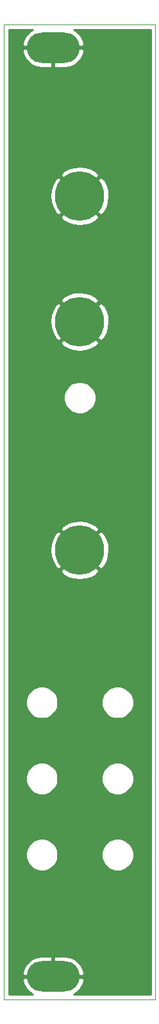
<source format=gbr>
%TF.GenerationSoftware,KiCad,Pcbnew,(5.1.5)-3*%
%TF.CreationDate,2020-03-17T21:30:24+01:00*%
%TF.ProjectId,KicadJE-EuroPowerSupply2-Faceplate,4b696361-644a-4452-9d45-75726f506f77,Rev A*%
%TF.SameCoordinates,Original*%
%TF.FileFunction,Copper,L2,Bot*%
%TF.FilePolarity,Positive*%
%FSLAX46Y46*%
G04 Gerber Fmt 4.6, Leading zero omitted, Abs format (unit mm)*
G04 Created by KiCad (PCBNEW (5.1.5)-3) date 2020-03-17 21:30:24*
%MOMM*%
%LPD*%
G04 APERTURE LIST*
%ADD10C,0.050000*%
%ADD11C,6.500000*%
%ADD12O,7.000000X4.000000*%
%ADD13C,0.254000*%
G04 APERTURE END LIST*
D10*
X-9000000Y-164000000D02*
X-9000000Y-36000000D01*
X11000000Y-164000000D02*
X-9000000Y-164000000D01*
X11000000Y-36000000D02*
X11000000Y-164000000D01*
X-9000000Y-36000000D02*
X11000000Y-36000000D01*
D11*
X1000000Y-105000000D03*
X1000000Y-58500000D03*
X1000000Y-75000000D03*
D12*
X-2500000Y-39000000D03*
X-2500000Y-161000000D03*
D13*
G36*
X-5569525Y-36879635D02*
G01*
X-5953030Y-37226576D01*
X-6261481Y-37641669D01*
X-6483025Y-38108962D01*
X-6579667Y-38462838D01*
X-6472991Y-38873000D01*
X-2627000Y-38873000D01*
X-2627000Y-38853000D01*
X-2373000Y-38853000D01*
X-2373000Y-38873000D01*
X1472991Y-38873000D01*
X1579667Y-38462838D01*
X1483025Y-38108962D01*
X1261481Y-37641669D01*
X953030Y-37226576D01*
X569525Y-36879635D01*
X202314Y-36660000D01*
X10340000Y-36660000D01*
X10340001Y-163340000D01*
X202314Y-163340000D01*
X569525Y-163120365D01*
X953030Y-162773424D01*
X1261481Y-162358331D01*
X1483025Y-161891038D01*
X1579667Y-161537162D01*
X1472991Y-161127000D01*
X-2373000Y-161127000D01*
X-2373000Y-161147000D01*
X-2627000Y-161147000D01*
X-2627000Y-161127000D01*
X-6472991Y-161127000D01*
X-6579667Y-161537162D01*
X-6483025Y-161891038D01*
X-6261481Y-162358331D01*
X-5953030Y-162773424D01*
X-5569525Y-163120365D01*
X-5202314Y-163340000D01*
X-8340000Y-163340000D01*
X-8340000Y-160462838D01*
X-6579667Y-160462838D01*
X-6472991Y-160873000D01*
X-2627000Y-160873000D01*
X-2627000Y-158365000D01*
X-2373000Y-158365000D01*
X-2373000Y-160873000D01*
X1472991Y-160873000D01*
X1579667Y-160462838D01*
X1483025Y-160108962D01*
X1261481Y-159641669D01*
X953030Y-159226576D01*
X569525Y-158879635D01*
X125704Y-158614178D01*
X-361377Y-158440407D01*
X-873000Y-158365000D01*
X-2373000Y-158365000D01*
X-2627000Y-158365000D01*
X-4127000Y-158365000D01*
X-4638623Y-158440407D01*
X-5125704Y-158614178D01*
X-5569525Y-158879635D01*
X-5953030Y-159226576D01*
X-6261481Y-159641669D01*
X-6483025Y-160108962D01*
X-6579667Y-160462838D01*
X-8340000Y-160462838D01*
X-8340000Y-144789721D01*
X-6135000Y-144789721D01*
X-6135000Y-145210279D01*
X-6052953Y-145622756D01*
X-5892012Y-146011302D01*
X-5658363Y-146360983D01*
X-5360983Y-146658363D01*
X-5011302Y-146892012D01*
X-4622756Y-147052953D01*
X-4210279Y-147135000D01*
X-3789721Y-147135000D01*
X-3377244Y-147052953D01*
X-2988698Y-146892012D01*
X-2639017Y-146658363D01*
X-2341637Y-146360983D01*
X-2107988Y-146011302D01*
X-1947047Y-145622756D01*
X-1865000Y-145210279D01*
X-1865000Y-144789721D01*
X3865000Y-144789721D01*
X3865000Y-145210279D01*
X3947047Y-145622756D01*
X4107988Y-146011302D01*
X4341637Y-146360983D01*
X4639017Y-146658363D01*
X4988698Y-146892012D01*
X5377244Y-147052953D01*
X5789721Y-147135000D01*
X6210279Y-147135000D01*
X6622756Y-147052953D01*
X7011302Y-146892012D01*
X7360983Y-146658363D01*
X7658363Y-146360983D01*
X7892012Y-146011302D01*
X8052953Y-145622756D01*
X8135000Y-145210279D01*
X8135000Y-144789721D01*
X8052953Y-144377244D01*
X7892012Y-143988698D01*
X7658363Y-143639017D01*
X7360983Y-143341637D01*
X7011302Y-143107988D01*
X6622756Y-142947047D01*
X6210279Y-142865000D01*
X5789721Y-142865000D01*
X5377244Y-142947047D01*
X4988698Y-143107988D01*
X4639017Y-143341637D01*
X4341637Y-143639017D01*
X4107988Y-143988698D01*
X3947047Y-144377244D01*
X3865000Y-144789721D01*
X-1865000Y-144789721D01*
X-1947047Y-144377244D01*
X-2107988Y-143988698D01*
X-2341637Y-143639017D01*
X-2639017Y-143341637D01*
X-2988698Y-143107988D01*
X-3377244Y-142947047D01*
X-3789721Y-142865000D01*
X-4210279Y-142865000D01*
X-4622756Y-142947047D01*
X-5011302Y-143107988D01*
X-5360983Y-143341637D01*
X-5658363Y-143639017D01*
X-5892012Y-143988698D01*
X-6052953Y-144377244D01*
X-6135000Y-144789721D01*
X-8340000Y-144789721D01*
X-8340000Y-134789721D01*
X-6135000Y-134789721D01*
X-6135000Y-135210279D01*
X-6052953Y-135622756D01*
X-5892012Y-136011302D01*
X-5658363Y-136360983D01*
X-5360983Y-136658363D01*
X-5011302Y-136892012D01*
X-4622756Y-137052953D01*
X-4210279Y-137135000D01*
X-3789721Y-137135000D01*
X-3377244Y-137052953D01*
X-2988698Y-136892012D01*
X-2639017Y-136658363D01*
X-2341637Y-136360983D01*
X-2107988Y-136011302D01*
X-1947047Y-135622756D01*
X-1865000Y-135210279D01*
X-1865000Y-134789721D01*
X3865000Y-134789721D01*
X3865000Y-135210279D01*
X3947047Y-135622756D01*
X4107988Y-136011302D01*
X4341637Y-136360983D01*
X4639017Y-136658363D01*
X4988698Y-136892012D01*
X5377244Y-137052953D01*
X5789721Y-137135000D01*
X6210279Y-137135000D01*
X6622756Y-137052953D01*
X7011302Y-136892012D01*
X7360983Y-136658363D01*
X7658363Y-136360983D01*
X7892012Y-136011302D01*
X8052953Y-135622756D01*
X8135000Y-135210279D01*
X8135000Y-134789721D01*
X8052953Y-134377244D01*
X7892012Y-133988698D01*
X7658363Y-133639017D01*
X7360983Y-133341637D01*
X7011302Y-133107988D01*
X6622756Y-132947047D01*
X6210279Y-132865000D01*
X5789721Y-132865000D01*
X5377244Y-132947047D01*
X4988698Y-133107988D01*
X4639017Y-133341637D01*
X4341637Y-133639017D01*
X4107988Y-133988698D01*
X3947047Y-134377244D01*
X3865000Y-134789721D01*
X-1865000Y-134789721D01*
X-1947047Y-134377244D01*
X-2107988Y-133988698D01*
X-2341637Y-133639017D01*
X-2639017Y-133341637D01*
X-2988698Y-133107988D01*
X-3377244Y-132947047D01*
X-3789721Y-132865000D01*
X-4210279Y-132865000D01*
X-4622756Y-132947047D01*
X-5011302Y-133107988D01*
X-5360983Y-133341637D01*
X-5658363Y-133639017D01*
X-5892012Y-133988698D01*
X-6052953Y-134377244D01*
X-6135000Y-134789721D01*
X-8340000Y-134789721D01*
X-8340000Y-124789721D01*
X-6135000Y-124789721D01*
X-6135000Y-125210279D01*
X-6052953Y-125622756D01*
X-5892012Y-126011302D01*
X-5658363Y-126360983D01*
X-5360983Y-126658363D01*
X-5011302Y-126892012D01*
X-4622756Y-127052953D01*
X-4210279Y-127135000D01*
X-3789721Y-127135000D01*
X-3377244Y-127052953D01*
X-2988698Y-126892012D01*
X-2639017Y-126658363D01*
X-2341637Y-126360983D01*
X-2107988Y-126011302D01*
X-1947047Y-125622756D01*
X-1865000Y-125210279D01*
X-1865000Y-124789721D01*
X3865000Y-124789721D01*
X3865000Y-125210279D01*
X3947047Y-125622756D01*
X4107988Y-126011302D01*
X4341637Y-126360983D01*
X4639017Y-126658363D01*
X4988698Y-126892012D01*
X5377244Y-127052953D01*
X5789721Y-127135000D01*
X6210279Y-127135000D01*
X6622756Y-127052953D01*
X7011302Y-126892012D01*
X7360983Y-126658363D01*
X7658363Y-126360983D01*
X7892012Y-126011302D01*
X8052953Y-125622756D01*
X8135000Y-125210279D01*
X8135000Y-124789721D01*
X8052953Y-124377244D01*
X7892012Y-123988698D01*
X7658363Y-123639017D01*
X7360983Y-123341637D01*
X7011302Y-123107988D01*
X6622756Y-122947047D01*
X6210279Y-122865000D01*
X5789721Y-122865000D01*
X5377244Y-122947047D01*
X4988698Y-123107988D01*
X4639017Y-123341637D01*
X4341637Y-123639017D01*
X4107988Y-123988698D01*
X3947047Y-124377244D01*
X3865000Y-124789721D01*
X-1865000Y-124789721D01*
X-1947047Y-124377244D01*
X-2107988Y-123988698D01*
X-2341637Y-123639017D01*
X-2639017Y-123341637D01*
X-2988698Y-123107988D01*
X-3377244Y-122947047D01*
X-3789721Y-122865000D01*
X-4210279Y-122865000D01*
X-4622756Y-122947047D01*
X-5011302Y-123107988D01*
X-5360983Y-123341637D01*
X-5658363Y-123639017D01*
X-5892012Y-123988698D01*
X-6052953Y-124377244D01*
X-6135000Y-124789721D01*
X-8340000Y-124789721D01*
X-8340000Y-107736428D01*
X-1556823Y-107736428D01*
X-1190635Y-108231216D01*
X-518163Y-108596501D01*
X212650Y-108823575D01*
X973721Y-108903710D01*
X1735803Y-108833828D01*
X2469608Y-108616614D01*
X3146936Y-108260416D01*
X3190635Y-108231216D01*
X3556823Y-107736428D01*
X1000000Y-105179605D01*
X-1556823Y-107736428D01*
X-8340000Y-107736428D01*
X-8340000Y-104973721D01*
X-2903710Y-104973721D01*
X-2833828Y-105735803D01*
X-2616614Y-106469608D01*
X-2260416Y-107146936D01*
X-2231216Y-107190635D01*
X-1736428Y-107556823D01*
X820395Y-105000000D01*
X1179605Y-105000000D01*
X3736428Y-107556823D01*
X4231216Y-107190635D01*
X4596501Y-106518163D01*
X4823575Y-105787350D01*
X4903710Y-105026279D01*
X4833828Y-104264197D01*
X4616614Y-103530392D01*
X4260416Y-102853064D01*
X4231216Y-102809365D01*
X3736428Y-102443177D01*
X1179605Y-105000000D01*
X820395Y-105000000D01*
X-1736428Y-102443177D01*
X-2231216Y-102809365D01*
X-2596501Y-103481837D01*
X-2823575Y-104212650D01*
X-2903710Y-104973721D01*
X-8340000Y-104973721D01*
X-8340000Y-102263572D01*
X-1556823Y-102263572D01*
X1000000Y-104820395D01*
X3556823Y-102263572D01*
X3190635Y-101768784D01*
X2518163Y-101403499D01*
X1787350Y-101176425D01*
X1026279Y-101096290D01*
X264197Y-101166172D01*
X-469608Y-101383386D01*
X-1146936Y-101739584D01*
X-1190635Y-101768784D01*
X-1556823Y-102263572D01*
X-8340000Y-102263572D01*
X-8340000Y-84789721D01*
X-1135000Y-84789721D01*
X-1135000Y-85210279D01*
X-1052953Y-85622756D01*
X-892012Y-86011302D01*
X-658363Y-86360983D01*
X-360983Y-86658363D01*
X-11302Y-86892012D01*
X377244Y-87052953D01*
X789721Y-87135000D01*
X1210279Y-87135000D01*
X1622756Y-87052953D01*
X2011302Y-86892012D01*
X2360983Y-86658363D01*
X2658363Y-86360983D01*
X2892012Y-86011302D01*
X3052953Y-85622756D01*
X3135000Y-85210279D01*
X3135000Y-84789721D01*
X3052953Y-84377244D01*
X2892012Y-83988698D01*
X2658363Y-83639017D01*
X2360983Y-83341637D01*
X2011302Y-83107988D01*
X1622756Y-82947047D01*
X1210279Y-82865000D01*
X789721Y-82865000D01*
X377244Y-82947047D01*
X-11302Y-83107988D01*
X-360983Y-83341637D01*
X-658363Y-83639017D01*
X-892012Y-83988698D01*
X-1052953Y-84377244D01*
X-1135000Y-84789721D01*
X-8340000Y-84789721D01*
X-8340000Y-77736428D01*
X-1556823Y-77736428D01*
X-1190635Y-78231216D01*
X-518163Y-78596501D01*
X212650Y-78823575D01*
X973721Y-78903710D01*
X1735803Y-78833828D01*
X2469608Y-78616614D01*
X3146936Y-78260416D01*
X3190635Y-78231216D01*
X3556823Y-77736428D01*
X1000000Y-75179605D01*
X-1556823Y-77736428D01*
X-8340000Y-77736428D01*
X-8340000Y-74973721D01*
X-2903710Y-74973721D01*
X-2833828Y-75735803D01*
X-2616614Y-76469608D01*
X-2260416Y-77146936D01*
X-2231216Y-77190635D01*
X-1736428Y-77556823D01*
X820395Y-75000000D01*
X1179605Y-75000000D01*
X3736428Y-77556823D01*
X4231216Y-77190635D01*
X4596501Y-76518163D01*
X4823575Y-75787350D01*
X4903710Y-75026279D01*
X4833828Y-74264197D01*
X4616614Y-73530392D01*
X4260416Y-72853064D01*
X4231216Y-72809365D01*
X3736428Y-72443177D01*
X1179605Y-75000000D01*
X820395Y-75000000D01*
X-1736428Y-72443177D01*
X-2231216Y-72809365D01*
X-2596501Y-73481837D01*
X-2823575Y-74212650D01*
X-2903710Y-74973721D01*
X-8340000Y-74973721D01*
X-8340000Y-72263572D01*
X-1556823Y-72263572D01*
X1000000Y-74820395D01*
X3556823Y-72263572D01*
X3190635Y-71768784D01*
X2518163Y-71403499D01*
X1787350Y-71176425D01*
X1026279Y-71096290D01*
X264197Y-71166172D01*
X-469608Y-71383386D01*
X-1146936Y-71739584D01*
X-1190635Y-71768784D01*
X-1556823Y-72263572D01*
X-8340000Y-72263572D01*
X-8340000Y-61236428D01*
X-1556823Y-61236428D01*
X-1190635Y-61731216D01*
X-518163Y-62096501D01*
X212650Y-62323575D01*
X973721Y-62403710D01*
X1735803Y-62333828D01*
X2469608Y-62116614D01*
X3146936Y-61760416D01*
X3190635Y-61731216D01*
X3556823Y-61236428D01*
X1000000Y-58679605D01*
X-1556823Y-61236428D01*
X-8340000Y-61236428D01*
X-8340000Y-58473721D01*
X-2903710Y-58473721D01*
X-2833828Y-59235803D01*
X-2616614Y-59969608D01*
X-2260416Y-60646936D01*
X-2231216Y-60690635D01*
X-1736428Y-61056823D01*
X820395Y-58500000D01*
X1179605Y-58500000D01*
X3736428Y-61056823D01*
X4231216Y-60690635D01*
X4596501Y-60018163D01*
X4823575Y-59287350D01*
X4903710Y-58526279D01*
X4833828Y-57764197D01*
X4616614Y-57030392D01*
X4260416Y-56353064D01*
X4231216Y-56309365D01*
X3736428Y-55943177D01*
X1179605Y-58500000D01*
X820395Y-58500000D01*
X-1736428Y-55943177D01*
X-2231216Y-56309365D01*
X-2596501Y-56981837D01*
X-2823575Y-57712650D01*
X-2903710Y-58473721D01*
X-8340000Y-58473721D01*
X-8340000Y-55763572D01*
X-1556823Y-55763572D01*
X1000000Y-58320395D01*
X3556823Y-55763572D01*
X3190635Y-55268784D01*
X2518163Y-54903499D01*
X1787350Y-54676425D01*
X1026279Y-54596290D01*
X264197Y-54666172D01*
X-469608Y-54883386D01*
X-1146936Y-55239584D01*
X-1190635Y-55268784D01*
X-1556823Y-55763572D01*
X-8340000Y-55763572D01*
X-8340000Y-39537162D01*
X-6579667Y-39537162D01*
X-6483025Y-39891038D01*
X-6261481Y-40358331D01*
X-5953030Y-40773424D01*
X-5569525Y-41120365D01*
X-5125704Y-41385822D01*
X-4638623Y-41559593D01*
X-4127000Y-41635000D01*
X-2627000Y-41635000D01*
X-2627000Y-39127000D01*
X-2373000Y-39127000D01*
X-2373000Y-41635000D01*
X-873000Y-41635000D01*
X-361377Y-41559593D01*
X125704Y-41385822D01*
X569525Y-41120365D01*
X953030Y-40773424D01*
X1261481Y-40358331D01*
X1483025Y-39891038D01*
X1579667Y-39537162D01*
X1472991Y-39127000D01*
X-2373000Y-39127000D01*
X-2627000Y-39127000D01*
X-6472991Y-39127000D01*
X-6579667Y-39537162D01*
X-8340000Y-39537162D01*
X-8340000Y-36660000D01*
X-5202314Y-36660000D01*
X-5569525Y-36879635D01*
G37*
X-5569525Y-36879635D02*
X-5953030Y-37226576D01*
X-6261481Y-37641669D01*
X-6483025Y-38108962D01*
X-6579667Y-38462838D01*
X-6472991Y-38873000D01*
X-2627000Y-38873000D01*
X-2627000Y-38853000D01*
X-2373000Y-38853000D01*
X-2373000Y-38873000D01*
X1472991Y-38873000D01*
X1579667Y-38462838D01*
X1483025Y-38108962D01*
X1261481Y-37641669D01*
X953030Y-37226576D01*
X569525Y-36879635D01*
X202314Y-36660000D01*
X10340000Y-36660000D01*
X10340001Y-163340000D01*
X202314Y-163340000D01*
X569525Y-163120365D01*
X953030Y-162773424D01*
X1261481Y-162358331D01*
X1483025Y-161891038D01*
X1579667Y-161537162D01*
X1472991Y-161127000D01*
X-2373000Y-161127000D01*
X-2373000Y-161147000D01*
X-2627000Y-161147000D01*
X-2627000Y-161127000D01*
X-6472991Y-161127000D01*
X-6579667Y-161537162D01*
X-6483025Y-161891038D01*
X-6261481Y-162358331D01*
X-5953030Y-162773424D01*
X-5569525Y-163120365D01*
X-5202314Y-163340000D01*
X-8340000Y-163340000D01*
X-8340000Y-160462838D01*
X-6579667Y-160462838D01*
X-6472991Y-160873000D01*
X-2627000Y-160873000D01*
X-2627000Y-158365000D01*
X-2373000Y-158365000D01*
X-2373000Y-160873000D01*
X1472991Y-160873000D01*
X1579667Y-160462838D01*
X1483025Y-160108962D01*
X1261481Y-159641669D01*
X953030Y-159226576D01*
X569525Y-158879635D01*
X125704Y-158614178D01*
X-361377Y-158440407D01*
X-873000Y-158365000D01*
X-2373000Y-158365000D01*
X-2627000Y-158365000D01*
X-4127000Y-158365000D01*
X-4638623Y-158440407D01*
X-5125704Y-158614178D01*
X-5569525Y-158879635D01*
X-5953030Y-159226576D01*
X-6261481Y-159641669D01*
X-6483025Y-160108962D01*
X-6579667Y-160462838D01*
X-8340000Y-160462838D01*
X-8340000Y-144789721D01*
X-6135000Y-144789721D01*
X-6135000Y-145210279D01*
X-6052953Y-145622756D01*
X-5892012Y-146011302D01*
X-5658363Y-146360983D01*
X-5360983Y-146658363D01*
X-5011302Y-146892012D01*
X-4622756Y-147052953D01*
X-4210279Y-147135000D01*
X-3789721Y-147135000D01*
X-3377244Y-147052953D01*
X-2988698Y-146892012D01*
X-2639017Y-146658363D01*
X-2341637Y-146360983D01*
X-2107988Y-146011302D01*
X-1947047Y-145622756D01*
X-1865000Y-145210279D01*
X-1865000Y-144789721D01*
X3865000Y-144789721D01*
X3865000Y-145210279D01*
X3947047Y-145622756D01*
X4107988Y-146011302D01*
X4341637Y-146360983D01*
X4639017Y-146658363D01*
X4988698Y-146892012D01*
X5377244Y-147052953D01*
X5789721Y-147135000D01*
X6210279Y-147135000D01*
X6622756Y-147052953D01*
X7011302Y-146892012D01*
X7360983Y-146658363D01*
X7658363Y-146360983D01*
X7892012Y-146011302D01*
X8052953Y-145622756D01*
X8135000Y-145210279D01*
X8135000Y-144789721D01*
X8052953Y-144377244D01*
X7892012Y-143988698D01*
X7658363Y-143639017D01*
X7360983Y-143341637D01*
X7011302Y-143107988D01*
X6622756Y-142947047D01*
X6210279Y-142865000D01*
X5789721Y-142865000D01*
X5377244Y-142947047D01*
X4988698Y-143107988D01*
X4639017Y-143341637D01*
X4341637Y-143639017D01*
X4107988Y-143988698D01*
X3947047Y-144377244D01*
X3865000Y-144789721D01*
X-1865000Y-144789721D01*
X-1947047Y-144377244D01*
X-2107988Y-143988698D01*
X-2341637Y-143639017D01*
X-2639017Y-143341637D01*
X-2988698Y-143107988D01*
X-3377244Y-142947047D01*
X-3789721Y-142865000D01*
X-4210279Y-142865000D01*
X-4622756Y-142947047D01*
X-5011302Y-143107988D01*
X-5360983Y-143341637D01*
X-5658363Y-143639017D01*
X-5892012Y-143988698D01*
X-6052953Y-144377244D01*
X-6135000Y-144789721D01*
X-8340000Y-144789721D01*
X-8340000Y-134789721D01*
X-6135000Y-134789721D01*
X-6135000Y-135210279D01*
X-6052953Y-135622756D01*
X-5892012Y-136011302D01*
X-5658363Y-136360983D01*
X-5360983Y-136658363D01*
X-5011302Y-136892012D01*
X-4622756Y-137052953D01*
X-4210279Y-137135000D01*
X-3789721Y-137135000D01*
X-3377244Y-137052953D01*
X-2988698Y-136892012D01*
X-2639017Y-136658363D01*
X-2341637Y-136360983D01*
X-2107988Y-136011302D01*
X-1947047Y-135622756D01*
X-1865000Y-135210279D01*
X-1865000Y-134789721D01*
X3865000Y-134789721D01*
X3865000Y-135210279D01*
X3947047Y-135622756D01*
X4107988Y-136011302D01*
X4341637Y-136360983D01*
X4639017Y-136658363D01*
X4988698Y-136892012D01*
X5377244Y-137052953D01*
X5789721Y-137135000D01*
X6210279Y-137135000D01*
X6622756Y-137052953D01*
X7011302Y-136892012D01*
X7360983Y-136658363D01*
X7658363Y-136360983D01*
X7892012Y-136011302D01*
X8052953Y-135622756D01*
X8135000Y-135210279D01*
X8135000Y-134789721D01*
X8052953Y-134377244D01*
X7892012Y-133988698D01*
X7658363Y-133639017D01*
X7360983Y-133341637D01*
X7011302Y-133107988D01*
X6622756Y-132947047D01*
X6210279Y-132865000D01*
X5789721Y-132865000D01*
X5377244Y-132947047D01*
X4988698Y-133107988D01*
X4639017Y-133341637D01*
X4341637Y-133639017D01*
X4107988Y-133988698D01*
X3947047Y-134377244D01*
X3865000Y-134789721D01*
X-1865000Y-134789721D01*
X-1947047Y-134377244D01*
X-2107988Y-133988698D01*
X-2341637Y-133639017D01*
X-2639017Y-133341637D01*
X-2988698Y-133107988D01*
X-3377244Y-132947047D01*
X-3789721Y-132865000D01*
X-4210279Y-132865000D01*
X-4622756Y-132947047D01*
X-5011302Y-133107988D01*
X-5360983Y-133341637D01*
X-5658363Y-133639017D01*
X-5892012Y-133988698D01*
X-6052953Y-134377244D01*
X-6135000Y-134789721D01*
X-8340000Y-134789721D01*
X-8340000Y-124789721D01*
X-6135000Y-124789721D01*
X-6135000Y-125210279D01*
X-6052953Y-125622756D01*
X-5892012Y-126011302D01*
X-5658363Y-126360983D01*
X-5360983Y-126658363D01*
X-5011302Y-126892012D01*
X-4622756Y-127052953D01*
X-4210279Y-127135000D01*
X-3789721Y-127135000D01*
X-3377244Y-127052953D01*
X-2988698Y-126892012D01*
X-2639017Y-126658363D01*
X-2341637Y-126360983D01*
X-2107988Y-126011302D01*
X-1947047Y-125622756D01*
X-1865000Y-125210279D01*
X-1865000Y-124789721D01*
X3865000Y-124789721D01*
X3865000Y-125210279D01*
X3947047Y-125622756D01*
X4107988Y-126011302D01*
X4341637Y-126360983D01*
X4639017Y-126658363D01*
X4988698Y-126892012D01*
X5377244Y-127052953D01*
X5789721Y-127135000D01*
X6210279Y-127135000D01*
X6622756Y-127052953D01*
X7011302Y-126892012D01*
X7360983Y-126658363D01*
X7658363Y-126360983D01*
X7892012Y-126011302D01*
X8052953Y-125622756D01*
X8135000Y-125210279D01*
X8135000Y-124789721D01*
X8052953Y-124377244D01*
X7892012Y-123988698D01*
X7658363Y-123639017D01*
X7360983Y-123341637D01*
X7011302Y-123107988D01*
X6622756Y-122947047D01*
X6210279Y-122865000D01*
X5789721Y-122865000D01*
X5377244Y-122947047D01*
X4988698Y-123107988D01*
X4639017Y-123341637D01*
X4341637Y-123639017D01*
X4107988Y-123988698D01*
X3947047Y-124377244D01*
X3865000Y-124789721D01*
X-1865000Y-124789721D01*
X-1947047Y-124377244D01*
X-2107988Y-123988698D01*
X-2341637Y-123639017D01*
X-2639017Y-123341637D01*
X-2988698Y-123107988D01*
X-3377244Y-122947047D01*
X-3789721Y-122865000D01*
X-4210279Y-122865000D01*
X-4622756Y-122947047D01*
X-5011302Y-123107988D01*
X-5360983Y-123341637D01*
X-5658363Y-123639017D01*
X-5892012Y-123988698D01*
X-6052953Y-124377244D01*
X-6135000Y-124789721D01*
X-8340000Y-124789721D01*
X-8340000Y-107736428D01*
X-1556823Y-107736428D01*
X-1190635Y-108231216D01*
X-518163Y-108596501D01*
X212650Y-108823575D01*
X973721Y-108903710D01*
X1735803Y-108833828D01*
X2469608Y-108616614D01*
X3146936Y-108260416D01*
X3190635Y-108231216D01*
X3556823Y-107736428D01*
X1000000Y-105179605D01*
X-1556823Y-107736428D01*
X-8340000Y-107736428D01*
X-8340000Y-104973721D01*
X-2903710Y-104973721D01*
X-2833828Y-105735803D01*
X-2616614Y-106469608D01*
X-2260416Y-107146936D01*
X-2231216Y-107190635D01*
X-1736428Y-107556823D01*
X820395Y-105000000D01*
X1179605Y-105000000D01*
X3736428Y-107556823D01*
X4231216Y-107190635D01*
X4596501Y-106518163D01*
X4823575Y-105787350D01*
X4903710Y-105026279D01*
X4833828Y-104264197D01*
X4616614Y-103530392D01*
X4260416Y-102853064D01*
X4231216Y-102809365D01*
X3736428Y-102443177D01*
X1179605Y-105000000D01*
X820395Y-105000000D01*
X-1736428Y-102443177D01*
X-2231216Y-102809365D01*
X-2596501Y-103481837D01*
X-2823575Y-104212650D01*
X-2903710Y-104973721D01*
X-8340000Y-104973721D01*
X-8340000Y-102263572D01*
X-1556823Y-102263572D01*
X1000000Y-104820395D01*
X3556823Y-102263572D01*
X3190635Y-101768784D01*
X2518163Y-101403499D01*
X1787350Y-101176425D01*
X1026279Y-101096290D01*
X264197Y-101166172D01*
X-469608Y-101383386D01*
X-1146936Y-101739584D01*
X-1190635Y-101768784D01*
X-1556823Y-102263572D01*
X-8340000Y-102263572D01*
X-8340000Y-84789721D01*
X-1135000Y-84789721D01*
X-1135000Y-85210279D01*
X-1052953Y-85622756D01*
X-892012Y-86011302D01*
X-658363Y-86360983D01*
X-360983Y-86658363D01*
X-11302Y-86892012D01*
X377244Y-87052953D01*
X789721Y-87135000D01*
X1210279Y-87135000D01*
X1622756Y-87052953D01*
X2011302Y-86892012D01*
X2360983Y-86658363D01*
X2658363Y-86360983D01*
X2892012Y-86011302D01*
X3052953Y-85622756D01*
X3135000Y-85210279D01*
X3135000Y-84789721D01*
X3052953Y-84377244D01*
X2892012Y-83988698D01*
X2658363Y-83639017D01*
X2360983Y-83341637D01*
X2011302Y-83107988D01*
X1622756Y-82947047D01*
X1210279Y-82865000D01*
X789721Y-82865000D01*
X377244Y-82947047D01*
X-11302Y-83107988D01*
X-360983Y-83341637D01*
X-658363Y-83639017D01*
X-892012Y-83988698D01*
X-1052953Y-84377244D01*
X-1135000Y-84789721D01*
X-8340000Y-84789721D01*
X-8340000Y-77736428D01*
X-1556823Y-77736428D01*
X-1190635Y-78231216D01*
X-518163Y-78596501D01*
X212650Y-78823575D01*
X973721Y-78903710D01*
X1735803Y-78833828D01*
X2469608Y-78616614D01*
X3146936Y-78260416D01*
X3190635Y-78231216D01*
X3556823Y-77736428D01*
X1000000Y-75179605D01*
X-1556823Y-77736428D01*
X-8340000Y-77736428D01*
X-8340000Y-74973721D01*
X-2903710Y-74973721D01*
X-2833828Y-75735803D01*
X-2616614Y-76469608D01*
X-2260416Y-77146936D01*
X-2231216Y-77190635D01*
X-1736428Y-77556823D01*
X820395Y-75000000D01*
X1179605Y-75000000D01*
X3736428Y-77556823D01*
X4231216Y-77190635D01*
X4596501Y-76518163D01*
X4823575Y-75787350D01*
X4903710Y-75026279D01*
X4833828Y-74264197D01*
X4616614Y-73530392D01*
X4260416Y-72853064D01*
X4231216Y-72809365D01*
X3736428Y-72443177D01*
X1179605Y-75000000D01*
X820395Y-75000000D01*
X-1736428Y-72443177D01*
X-2231216Y-72809365D01*
X-2596501Y-73481837D01*
X-2823575Y-74212650D01*
X-2903710Y-74973721D01*
X-8340000Y-74973721D01*
X-8340000Y-72263572D01*
X-1556823Y-72263572D01*
X1000000Y-74820395D01*
X3556823Y-72263572D01*
X3190635Y-71768784D01*
X2518163Y-71403499D01*
X1787350Y-71176425D01*
X1026279Y-71096290D01*
X264197Y-71166172D01*
X-469608Y-71383386D01*
X-1146936Y-71739584D01*
X-1190635Y-71768784D01*
X-1556823Y-72263572D01*
X-8340000Y-72263572D01*
X-8340000Y-61236428D01*
X-1556823Y-61236428D01*
X-1190635Y-61731216D01*
X-518163Y-62096501D01*
X212650Y-62323575D01*
X973721Y-62403710D01*
X1735803Y-62333828D01*
X2469608Y-62116614D01*
X3146936Y-61760416D01*
X3190635Y-61731216D01*
X3556823Y-61236428D01*
X1000000Y-58679605D01*
X-1556823Y-61236428D01*
X-8340000Y-61236428D01*
X-8340000Y-58473721D01*
X-2903710Y-58473721D01*
X-2833828Y-59235803D01*
X-2616614Y-59969608D01*
X-2260416Y-60646936D01*
X-2231216Y-60690635D01*
X-1736428Y-61056823D01*
X820395Y-58500000D01*
X1179605Y-58500000D01*
X3736428Y-61056823D01*
X4231216Y-60690635D01*
X4596501Y-60018163D01*
X4823575Y-59287350D01*
X4903710Y-58526279D01*
X4833828Y-57764197D01*
X4616614Y-57030392D01*
X4260416Y-56353064D01*
X4231216Y-56309365D01*
X3736428Y-55943177D01*
X1179605Y-58500000D01*
X820395Y-58500000D01*
X-1736428Y-55943177D01*
X-2231216Y-56309365D01*
X-2596501Y-56981837D01*
X-2823575Y-57712650D01*
X-2903710Y-58473721D01*
X-8340000Y-58473721D01*
X-8340000Y-55763572D01*
X-1556823Y-55763572D01*
X1000000Y-58320395D01*
X3556823Y-55763572D01*
X3190635Y-55268784D01*
X2518163Y-54903499D01*
X1787350Y-54676425D01*
X1026279Y-54596290D01*
X264197Y-54666172D01*
X-469608Y-54883386D01*
X-1146936Y-55239584D01*
X-1190635Y-55268784D01*
X-1556823Y-55763572D01*
X-8340000Y-55763572D01*
X-8340000Y-39537162D01*
X-6579667Y-39537162D01*
X-6483025Y-39891038D01*
X-6261481Y-40358331D01*
X-5953030Y-40773424D01*
X-5569525Y-41120365D01*
X-5125704Y-41385822D01*
X-4638623Y-41559593D01*
X-4127000Y-41635000D01*
X-2627000Y-41635000D01*
X-2627000Y-39127000D01*
X-2373000Y-39127000D01*
X-2373000Y-41635000D01*
X-873000Y-41635000D01*
X-361377Y-41559593D01*
X125704Y-41385822D01*
X569525Y-41120365D01*
X953030Y-40773424D01*
X1261481Y-40358331D01*
X1483025Y-39891038D01*
X1579667Y-39537162D01*
X1472991Y-39127000D01*
X-2373000Y-39127000D01*
X-2627000Y-39127000D01*
X-6472991Y-39127000D01*
X-6579667Y-39537162D01*
X-8340000Y-39537162D01*
X-8340000Y-36660000D01*
X-5202314Y-36660000D01*
X-5569525Y-36879635D01*
M02*

</source>
